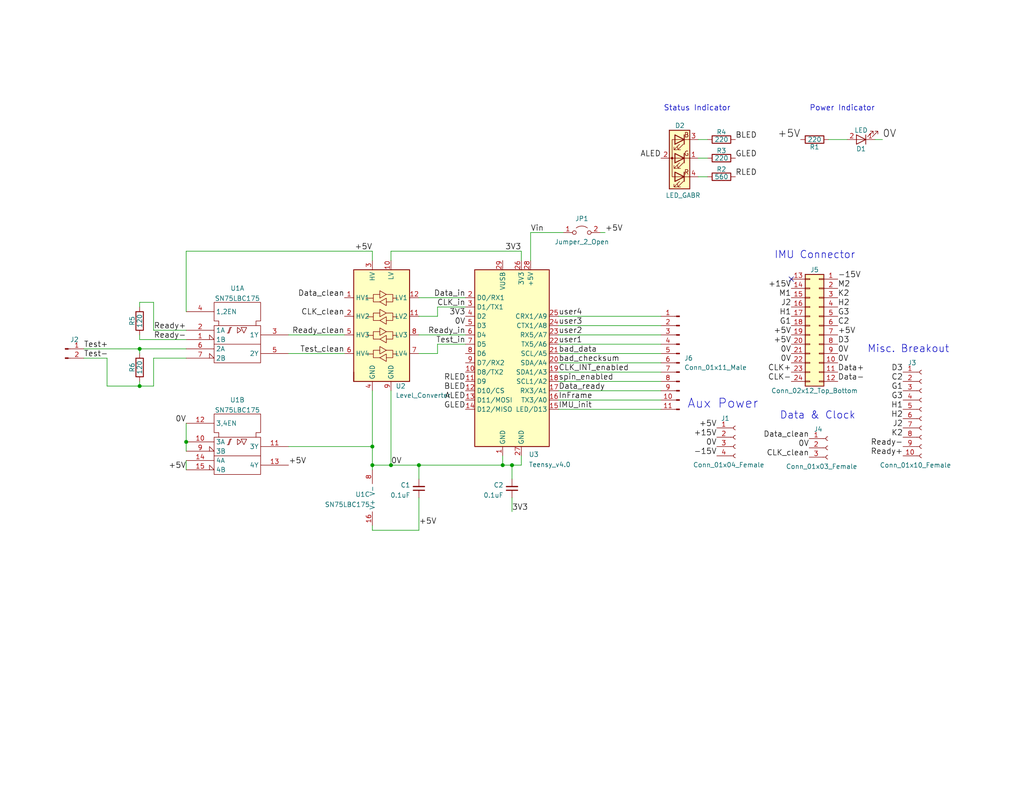
<source format=kicad_sch>
(kicad_sch (version 20211123) (generator eeschema)
  (paper "USLetter")
  (title_block (title "NG LN200C Shield Board") (date "2022-05-17") (company "Utah Student Robotics") (comment 1 "Designed by Jonathan Warner"))
  (lib_symbols
    (symbol "Connector:Conn_01x02_Male" (pin_names (offset 1.016) hide)
      (property "Reference" "J" (at 0 2.54 0))
      (property "Value" "Conn_01x02_Male" (at 0 -5.08 0))
      (symbol "Conn_01x02_Male_1_1"
        (polyline (pts (xy 1.27 -2.54) (xy 0.8636 -2.54)) (stroke (width 0.1524)))
        (polyline (pts (xy 1.27 0) (xy 0.8636 0)) (stroke (width 0.1524)))
        (rectangle (start 0.8636 -2.413) (end 0 -2.667) (stroke (width 0.1524)) (fill (type outline)))
        (rectangle (start 0.8636 0.127) (end 0 -0.127) (stroke (width 0.1524)) (fill (type outline)))
        (pin passive line (at 5.08 0 180) (length 3.81) (name "Pin_1") (number "1"))
        (pin passive line (at 5.08 -2.54 180) (length 3.81) (name "Pin_2") (number "2"))
      )
    )
    (symbol "Connector:Conn_01x03_Female" (pin_names (offset 1.016) hide)
      (property "Reference" "J" (at 0 5.08 0))
      (property "Value" "Conn_01x03_Female" (at 0 -5.08 0))
      (symbol "Conn_01x03_Female_1_1"
        (arc (start 0 -2.032) (mid -0.508 -2.54) (end 0 -3.048) (stroke (width 0.1524)))
        (polyline (pts (xy -1.27 -2.54) (xy -0.508 -2.54)) (stroke (width 0.1524)))
        (polyline (pts (xy -1.27 0) (xy -0.508 0)) (stroke (width 0.1524)))
        (polyline (pts (xy -1.27 2.54) (xy -0.508 2.54)) (stroke (width 0.1524)))
        (arc (start 0 0.508) (mid -0.508 0) (end 0 -0.508) (stroke (width 0.1524)))
        (arc (start 0 3.048) (mid -0.508 2.54) (end 0 2.032) (stroke (width 0.1524)))
        (pin passive line (at -5.08 2.54 0) (length 3.81) (name "Pin_1") (number "1"))
        (pin passive line (at -5.08 0 0) (length 3.81) (name "Pin_2") (number "2"))
        (pin passive line (at -5.08 -2.54 0) (length 3.81) (name "Pin_3") (number "3"))
      )
    )
    (symbol "Connector:Conn_01x04_Female" (pin_names (offset 1.016) hide)
      (property "Reference" "J" (at 0 5.08 0))
      (property "Value" "Conn_01x04_Female" (at 0 -7.62 0))
      (symbol "Conn_01x04_Female_1_1"
        (arc (start 0 -4.572) (mid -0.508 -5.08) (end 0 -5.588) (stroke (width 0.1524)))
        (arc (start 0 -2.032) (mid -0.508 -2.54) (end 0 -3.048) (stroke (width 0.1524)))
        (polyline (pts (xy -1.27 -5.08) (xy -0.508 -5.08)) (stroke (width 0.1524)))
        (polyline (pts (xy -1.27 -2.54) (xy -0.508 -2.54)) (stroke (width 0.1524)))
        (polyline (pts (xy -1.27 0) (xy -0.508 0)) (stroke (width 0.1524)))
        (polyline (pts (xy -1.27 2.54) (xy -0.508 2.54)) (stroke (width 0.1524)))
        (arc (start 0 0.508) (mid -0.508 0) (end 0 -0.508) (stroke (width 0.1524)))
        (arc (start 0 3.048) (mid -0.508 2.54) (end 0 2.032) (stroke (width 0.1524)))
        (pin passive line (at -5.08 2.54 0) (length 3.81) (name "Pin_1") (number "1"))
        (pin passive line (at -5.08 0 0) (length 3.81) (name "Pin_2") (number "2"))
        (pin passive line (at -5.08 -2.54 0) (length 3.81) (name "Pin_3") (number "3"))
        (pin passive line (at -5.08 -5.08 0) (length 3.81) (name "Pin_4") (number "4"))
      )
    )
    (symbol "Connector:Conn_01x10_Female" (pin_names (offset 1.016) hide)
      (property "Reference" "J" (at 0 12.7 0))
      (property "Value" "Conn_01x10_Female" (at 0 -15.24 0))
      (symbol "Conn_01x10_Female_1_1"
        (arc (start 0 -12.192) (mid -0.508 -12.7) (end 0 -13.208) (stroke (width 0.1524)))
        (arc (start 0 -9.652) (mid -0.508 -10.16) (end 0 -10.668) (stroke (width 0.1524)))
        (arc (start 0 -7.112) (mid -0.508 -7.62) (end 0 -8.128) (stroke (width 0.1524)))
        (arc (start 0 -4.572) (mid -0.508 -5.08) (end 0 -5.588) (stroke (width 0.1524)))
        (arc (start 0 -2.032) (mid -0.508 -2.54) (end 0 -3.048) (stroke (width 0.1524)))
        (polyline (pts (xy -1.27 -12.7) (xy -0.508 -12.7)) (stroke (width 0.1524)))
        (polyline (pts (xy -1.27 -10.16) (xy -0.508 -10.16)) (stroke (width 0.1524)))
        (polyline (pts (xy -1.27 -7.62) (xy -0.508 -7.62)) (stroke (width 0.1524)))
        (polyline (pts (xy -1.27 -5.08) (xy -0.508 -5.08)) (stroke (width 0.1524)))
        (polyline (pts (xy -1.27 -2.54) (xy -0.508 -2.54)) (stroke (width 0.1524)))
        (polyline (pts (xy -1.27 0) (xy -0.508 0)) (stroke (width 0.1524)))
        (polyline (pts (xy -1.27 2.54) (xy -0.508 2.54)) (stroke (width 0.1524)))
        (polyline (pts (xy -1.27 5.08) (xy -0.508 5.08)) (stroke (width 0.1524)))
        (polyline (pts (xy -1.27 7.62) (xy -0.508 7.62)) (stroke (width 0.1524)))
        (polyline (pts (xy -1.27 10.16) (xy -0.508 10.16)) (stroke (width 0.1524)))
        (arc (start 0 0.508) (mid -0.508 0) (end 0 -0.508) (stroke (width 0.1524)))
        (arc (start 0 3.048) (mid -0.508 2.54) (end 0 2.032) (stroke (width 0.1524)))
        (arc (start 0 5.588) (mid -0.508 5.08) (end 0 4.572) (stroke (width 0.1524)))
        (arc (start 0 8.128) (mid -0.508 7.62) (end 0 7.112) (stroke (width 0.1524)))
        (arc (start 0 10.668) (mid -0.508 10.16) (end 0 9.652) (stroke (width 0.1524)))
        (pin passive line (at -5.08 10.16 0) (length 3.81) (name "Pin_1") (number "1"))
        (pin passive line (at -5.08 -12.7 0) (length 3.81) (name "Pin_10") (number "10"))
        (pin passive line (at -5.08 7.62 0) (length 3.81) (name "Pin_2") (number "2"))
        (pin passive line (at -5.08 5.08 0) (length 3.81) (name "Pin_3") (number "3"))
        (pin passive line (at -5.08 2.54 0) (length 3.81) (name "Pin_4") (number "4"))
        (pin passive line (at -5.08 0 0) (length 3.81) (name "Pin_5") (number "5"))
        (pin passive line (at -5.08 -2.54 0) (length 3.81) (name "Pin_6") (number "6"))
        (pin passive line (at -5.08 -5.08 0) (length 3.81) (name "Pin_7") (number "7"))
        (pin passive line (at -5.08 -7.62 0) (length 3.81) (name "Pin_8") (number "8"))
        (pin passive line (at -5.08 -10.16 0) (length 3.81) (name "Pin_9") (number "9"))
      )
    )
    (symbol "Connector:Conn_01x11_Male" (pin_names (offset 1.016) hide)
      (property "Reference" "J" (at 0 15.24 0))
      (property "Value" "Conn_01x11_Male" (at 0 -15.24 0))
      (symbol "Conn_01x11_Male_1_1"
        (polyline (pts (xy 1.27 -12.7) (xy 0.8636 -12.7)) (stroke (width 0.1524)))
        (polyline (pts (xy 1.27 -10.16) (xy 0.8636 -10.16)) (stroke (width 0.1524)))
        (polyline (pts (xy 1.27 -7.62) (xy 0.8636 -7.62)) (stroke (width 0.1524)))
        (polyline (pts (xy 1.27 -5.08) (xy 0.8636 -5.08)) (stroke (width 0.1524)))
        (polyline (pts (xy 1.27 -2.54) (xy 0.8636 -2.54)) (stroke (width 0.1524)))
        (polyline (pts (xy 1.27 0) (xy 0.8636 0)) (stroke (width 0.1524)))
        (polyline (pts (xy 1.27 2.54) (xy 0.8636 2.54)) (stroke (width 0.1524)))
        (polyline (pts (xy 1.27 5.08) (xy 0.8636 5.08)) (stroke (width 0.1524)))
        (polyline (pts (xy 1.27 7.62) (xy 0.8636 7.62)) (stroke (width 0.1524)))
        (polyline (pts (xy 1.27 10.16) (xy 0.8636 10.16)) (stroke (width 0.1524)))
        (polyline (pts (xy 1.27 12.7) (xy 0.8636 12.7)) (stroke (width 0.1524)))
        (rectangle (start 0.8636 -12.573) (end 0 -12.827) (stroke (width 0.1524)) (fill (type outline)))
        (rectangle (start 0.8636 -10.033) (end 0 -10.287) (stroke (width 0.1524)) (fill (type outline)))
        (rectangle (start 0.8636 -7.493) (end 0 -7.747) (stroke (width 0.1524)) (fill (type outline)))
        (rectangle (start 0.8636 -4.953) (end 0 -5.207) (stroke (width 0.1524)) (fill (type outline)))
        (rectangle (start 0.8636 -2.413) (end 0 -2.667) (stroke (width 0.1524)) (fill (type outline)))
        (rectangle (start 0.8636 0.127) (end 0 -0.127) (stroke (width 0.1524)) (fill (type outline)))
        (rectangle (start 0.8636 2.667) (end 0 2.413) (stroke (width 0.1524)) (fill (type outline)))
        (rectangle (start 0.8636 5.207) (end 0 4.953) (stroke (width 0.1524)) (fill (type outline)))
        (rectangle (start 0.8636 7.747) (end 0 7.493) (stroke (width 0.1524)) (fill (type outline)))
        (rectangle (start 0.8636 10.287) (end 0 10.033) (stroke (width 0.1524)) (fill (type outline)))
        (rectangle (start 0.8636 12.827) (end 0 12.573) (stroke (width 0.1524)) (fill (type outline)))
        (pin passive line (at 5.08 12.7 180) (length 3.81) (name "Pin_1") (number "1"))
        (pin passive line (at 5.08 -10.16 180) (length 3.81) (name "Pin_10") (number "10"))
        (pin passive line (at 5.08 -12.7 180) (length 3.81) (name "Pin_11") (number "11"))
        (pin passive line (at 5.08 10.16 180) (length 3.81) (name "Pin_2") (number "2"))
        (pin passive line (at 5.08 7.62 180) (length 3.81) (name "Pin_3") (number "3"))
        (pin passive line (at 5.08 5.08 180) (length 3.81) (name "Pin_4") (number "4"))
        (pin passive line (at 5.08 2.54 180) (length 3.81) (name "Pin_5") (number "5"))
        (pin passive line (at 5.08 0 180) (length 3.81) (name "Pin_6") (number "6"))
        (pin passive line (at 5.08 -2.54 180) (length 3.81) (name "Pin_7") (number "7"))
        (pin passive line (at 5.08 -5.08 180) (length 3.81) (name "Pin_8") (number "8"))
        (pin passive line (at 5.08 -7.62 180) (length 3.81) (name "Pin_9") (number "9"))
      )
    )
    (symbol "Device:C_Small" (pin_numbers hide) (pin_names (offset 0.254) hide)
      (property "Reference" "C" (at 0.254 1.778 0))
      (property "Value" "C_Small" (at 0.254 -2.032 0))
      (symbol "C_Small_0_1"
        (polyline (pts (xy -1.524 -0.508) (xy 1.524 -0.508)) (stroke (width 0.3302)))
        (polyline (pts (xy -1.524 0.508) (xy 1.524 0.508)) (stroke (width 0.3048)))
      )
      (symbol "C_Small_1_1"
        (pin passive line (at 0 2.54 270) (length 2.032) (name "~") (number "1"))
        (pin passive line (at 0 -2.54 90) (length 2.032) (name "~") (number "2"))
      )
    )
    (symbol "Device:LED_GABR" (pin_names (offset 0) hide)
      (property "Reference" "D" (at 0 9.398 0))
      (property "Value" "LED_GABR" (at 0 -8.89 0))
      (symbol "LED_GABR_0_0"
        (text "B" (at -1.905 -6.35 0) (effects (font (size 1.27 1.27))))
        (text "G" (at -1.905 -1.27 0) (effects (font (size 1.27 1.27))))
        (text "R" (at -1.905 3.81 0) (effects (font (size 1.27 1.27))))
      )
      (symbol "LED_GABR_0_1"
        (polyline (pts (xy -1.27 -5.08) (xy -2.54 -5.08)))
        (polyline (pts (xy -1.27 -5.08) (xy 1.27 -5.08)))
        (polyline (pts (xy -1.27 -3.81) (xy -1.27 -6.35)) (stroke (width 0.254)))
        (polyline (pts (xy -1.27 0) (xy -2.54 0)))
        (polyline (pts (xy -1.27 1.27) (xy -1.27 -1.27)) (stroke (width 0.254)))
        (polyline (pts (xy -1.27 5.08) (xy -2.54 5.08)))
        (polyline (pts (xy -1.27 5.08) (xy 1.27 5.08)))
        (polyline (pts (xy -1.27 6.35) (xy -1.27 3.81)) (stroke (width 0.254)))
        (polyline (pts (xy 1.27 0) (xy -1.27 0)))
        (polyline (pts (xy 1.27 0) (xy 2.54 0)))
        (polyline (pts (xy -1.27 1.27) (xy -1.27 -1.27) (xy -1.27 -1.27)))
        (polyline (pts (xy -1.27 6.35) (xy -1.27 3.81) (xy -1.27 3.81)))
        (polyline (pts (xy 1.27 -5.08) (xy 2.032 -5.08) (xy 2.032 5.08) (xy 1.27 5.08)))
        (polyline (pts (xy 1.27 -3.81) (xy 1.27 -6.35) (xy -1.27 -5.08) (xy 1.27 -3.81)) (stroke (width 0.254)))
        (polyline (pts (xy 1.27 1.27) (xy 1.27 -1.27) (xy -1.27 0) (xy 1.27 1.27)) (stroke (width 0.254)))
        (polyline (pts (xy 1.27 6.35) (xy 1.27 3.81) (xy -1.27 5.08) (xy 1.27 6.35)) (stroke (width 0.254)))
        (polyline (pts (xy -1.016 -3.81) (xy 0.508 -2.286) (xy -0.254 -2.286) (xy 0.508 -2.286) (xy 0.508 -3.048)))
        (polyline (pts (xy -1.016 1.27) (xy 0.508 2.794) (xy -0.254 2.794) (xy 0.508 2.794) (xy 0.508 2.032)))
        (polyline (pts (xy -1.016 6.35) (xy 0.508 7.874) (xy -0.254 7.874) (xy 0.508 7.874) (xy 0.508 7.112)))
        (polyline (pts (xy 0 -3.81) (xy 1.524 -2.286) (xy 0.762 -2.286) (xy 1.524 -2.286) (xy 1.524 -3.048)))
        (polyline (pts (xy 0 1.27) (xy 1.524 2.794) (xy 0.762 2.794) (xy 1.524 2.794) (xy 1.524 2.032)))
        (polyline (pts (xy 0 6.35) (xy 1.524 7.874) (xy 0.762 7.874) (xy 1.524 7.874) (xy 1.524 7.112)))
        (rectangle (start 1.27 -1.27) (end 1.27 1.27))
        (rectangle (start 1.27 1.27) (end 1.27 1.27))
        (rectangle (start 1.27 3.81) (end 1.27 6.35))
        (rectangle (start 1.27 6.35) (end 1.27 6.35))
        (circle (center 2.032 0) (radius 0.254) (fill (type outline)))
        (rectangle (start 2.794 8.382) (end -2.794 -7.62) (stroke (width 0.254)) (fill (type background)))
      )
      (symbol "LED_GABR_1_1"
        (pin passive line (at -5.08 0 0) (length 2.54) (name "GK") (number "1"))
        (pin passive line (at 5.08 0 180) (length 2.54) (name "A") (number "2"))
        (pin passive line (at -5.08 -5.08 0) (length 2.54) (name "BK") (number "3"))
        (pin passive line (at -5.08 5.08 0) (length 2.54) (name "RK") (number "4"))
      )
    )
    (symbol "Jumper:Jumper_2_Open" (pin_names (offset 0) hide)
      (property "Reference" "JP" (at 0 2.794 0))
      (property "Value" "Jumper_2_Open" (at 0 -2.286 0))
      (symbol "Jumper_2_Open_0_0"
        (circle (center -2.032 0) (radius 0.508))
        (circle (center 2.032 0) (radius 0.508))
      )
      (symbol "Jumper_2_Open_0_1"
        (arc (start 1.524 1.27) (mid 0 1.778) (end -1.524 1.27))
      )
      (symbol "Jumper_2_Open_1_1"
        (pin passive line (at -5.08 0 0) (length 2.54) (name "A") (number "1"))
        (pin passive line (at 5.08 0 180) (length 2.54) (name "B") (number "2"))
      )
    )
    (symbol "NG_IMU_Interface_Board-rescue:Conn_02x12_Top_Bottom" (pin_names (offset 1.016) hide)
      (property "Reference" "J" (at 1.27 15.24 0))
      (property "Value" "Conn_02x12_Top_Bottom" (at 1.27 -17.78 0))
      (symbol "Conn_02x12_Top_Bottom_1_1"
        (rectangle (start -1.27 -15.113) (end 0 -15.367) (stroke (width 0.1524)))
        (rectangle (start -1.27 -12.573) (end 0 -12.827) (stroke (width 0.1524)))
        (rectangle (start -1.27 -10.033) (end 0 -10.287) (stroke (width 0.1524)))
        (rectangle (start -1.27 -7.493) (end 0 -7.747) (stroke (width 0.1524)))
        (rectangle (start -1.27 -4.953) (end 0 -5.207) (stroke (width 0.1524)))
        (rectangle (start -1.27 -2.413) (end 0 -2.667) (stroke (width 0.1524)))
        (rectangle (start -1.27 0.127) (end 0 -0.127) (stroke (width 0.1524)))
        (rectangle (start -1.27 2.667) (end 0 2.413) (stroke (width 0.1524)))
        (rectangle (start -1.27 5.207) (end 0 4.953) (stroke (width 0.1524)))
        (rectangle (start -1.27 7.747) (end 0 7.493) (stroke (width 0.1524)))
        (rectangle (start -1.27 10.287) (end 0 10.033) (stroke (width 0.1524)))
        (rectangle (start -1.27 12.827) (end 0 12.573) (stroke (width 0.1524)))
        (rectangle (start -1.27 13.97) (end 3.81 -16.51) (stroke (width 0.254)) (fill (type background)))
        (rectangle (start 3.81 -15.113) (end 2.54 -15.367) (stroke (width 0.1524)))
        (rectangle (start 3.81 -12.573) (end 2.54 -12.827) (stroke (width 0.1524)))
        (rectangle (start 3.81 -10.033) (end 2.54 -10.287) (stroke (width 0.1524)))
        (rectangle (start 3.81 -7.493) (end 2.54 -7.747) (stroke (width 0.1524)))
        (rectangle (start 3.81 -4.953) (end 2.54 -5.207) (stroke (width 0.1524)))
        (rectangle (start 3.81 -2.413) (end 2.54 -2.667) (stroke (width 0.1524)))
        (rectangle (start 3.81 0.127) (end 2.54 -0.127) (stroke (width 0.1524)))
        (rectangle (start 3.81 2.667) (end 2.54 2.413) (stroke (width 0.1524)))
        (rectangle (start 3.81 5.207) (end 2.54 4.953) (stroke (width 0.1524)))
        (rectangle (start 3.81 7.747) (end 2.54 7.493) (stroke (width 0.1524)))
        (rectangle (start 3.81 10.287) (end 2.54 10.033) (stroke (width 0.1524)))
        (rectangle (start 3.81 12.827) (end 2.54 12.573) (stroke (width 0.1524)))
        (pin passive line (at -5.08 12.7 0) (length 3.81) (name "Pin_1") (number "1"))
        (pin passive line (at -5.08 -10.16 0) (length 3.81) (name "Pin_10") (number "10"))
        (pin passive line (at -5.08 -12.7 0) (length 3.81) (name "Pin_11") (number "11"))
        (pin passive line (at -5.08 -15.24 0) (length 3.81) (name "Pin_12") (number "12"))
        (pin passive line (at 7.62 12.7 180) (length 3.81) (name "Pin_13") (number "13"))
        (pin passive line (at 7.62 10.16 180) (length 3.81) (name "Pin_14") (number "14"))
        (pin passive line (at 7.62 7.62 180) (length 3.81) (name "Pin_15") (number "15"))
        (pin passive line (at 7.62 5.08 180) (length 3.81) (name "Pin_16") (number "16"))
        (pin passive line (at 7.62 2.54 180) (length 3.81) (name "Pin_17") (number "17"))
        (pin passive line (at 7.62 0 180) (length 3.81) (name "Pin_18") (number "18"))
        (pin passive line (at 7.62 -2.54 180) (length 3.81) (name "Pin_19") (number "19"))
        (pin passive line (at -5.08 10.16 0) (length 3.81) (name "Pin_2") (number "2"))
        (pin passive line (at 7.62 -5.08 180) (length 3.81) (name "Pin_20") (number "20"))
        (pin passive line (at 7.62 -7.62 180) (length 3.81) (name "Pin_21") (number "21"))
        (pin passive line (at 7.62 -10.16 180) (length 3.81) (name "Pin_22") (number "22"))
        (pin passive line (at 7.62 -12.7 180) (length 3.81) (name "Pin_23") (number "23"))
        (pin passive line (at 7.62 -15.24 180) (length 3.81) (name "Pin_24") (number "24"))
        (pin passive line (at -5.08 7.62 0) (length 3.81) (name "Pin_3") (number "3"))
        (pin passive line (at -5.08 5.08 0) (length 3.81) (name "Pin_4") (number "4"))
        (pin passive line (at -5.08 2.54 0) (length 3.81) (name "Pin_5") (number "5"))
        (pin passive line (at -5.08 0 0) (length 3.81) (name "Pin_6") (number "6"))
        (pin passive line (at -5.08 -2.54 0) (length 3.81) (name "Pin_7") (number "7"))
        (pin passive line (at -5.08 -5.08 0) (length 3.81) (name "Pin_8") (number "8"))
        (pin passive line (at -5.08 -7.62 0) (length 3.81) (name "Pin_9") (number "9"))
      )
    )
    (symbol "NG_IMU_Interface_Board-rescue:LED" (pin_names (offset 1.016) hide)
      (property "Reference" "D" (at 0 2.54 0))
      (property "Value" "LED" (at 0 -2.54 0))
      (symbol "LED_0_1"
        (polyline (pts (xy -1.27 -1.27) (xy -1.27 1.27)) (stroke (width 0.2032)))
        (polyline (pts (xy -1.27 0) (xy 1.27 0)))
        (polyline (pts (xy 1.27 -1.27) (xy 1.27 1.27) (xy -1.27 0) (xy 1.27 -1.27)) (stroke (width 0.2032)))
        (polyline (pts (xy -3.048 -0.762) (xy -4.572 -2.286) (xy -3.81 -2.286) (xy -4.572 -2.286) (xy -4.572 -1.524)))
        (polyline (pts (xy -1.778 -0.762) (xy -3.302 -2.286) (xy -2.54 -2.286) (xy -3.302 -2.286) (xy -3.302 -1.524)))
      )
      (symbol "LED_1_1"
        (pin passive line (at -3.81 0 0) (length 2.54) (name "K") (number "1"))
        (pin passive line (at 3.81 0 180) (length 2.54) (name "A") (number "2"))
      )
    )
    (symbol "NG_IMU_Interface_Board-rescue:R" (pin_numbers hide) (pin_names (offset 0))
      (property "Reference" "R" (at 2.032 0 90))
      (property "Value" "R" (at 0 0 90))
      (symbol "R_0_1"
        (rectangle (start -1.016 -2.54) (end 1.016 2.54) (stroke (width 0.254)))
      )
      (symbol "R_1_1"
        (pin passive line (at 0 3.81 270) (length 1.27) (name "~") (number "1"))
        (pin passive line (at 0 -3.81 90) (length 1.27) (name "~") (number "2"))
      )
    )
    (symbol "NG_IMU_Shield_Board:Level_Converter"
      (property "Reference" "U" (at 0 0 0))
      (property "Value" "Level_Converter" (at 0 0 0))
      (symbol "Level_Converter_0_1"
        (rectangle (start -7.62 -15.24) (end -7.62 -12.7) (stroke (width 0.254)))
        (rectangle (start -7.62 15.24) (end 7.62 -15.24) (stroke (width 0.254)) (fill (type background)))
        (polyline (pts (xy -2.286 -7.747) (xy -2.286 -6.731) (xy -0.508 -6.731)))
        (polyline (pts (xy -2.286 -2.667) (xy -2.286 -1.651) (xy -0.508 -1.651)))
        (polyline (pts (xy -2.286 2.413) (xy -2.286 3.429) (xy -0.508 3.429)))
        (polyline (pts (xy -2.286 7.493) (xy -2.286 8.509) (xy -0.508 8.509)))
        (polyline (pts (xy 3.048 -7.747) (xy 3.048 -8.763) (xy 1.27 -8.763)))
        (polyline (pts (xy 3.048 -2.667) (xy 3.048 -3.683) (xy 1.27 -3.683)))
        (polyline (pts (xy 3.048 2.413) (xy 3.048 1.397) (xy 1.27 1.397)))
        (polyline (pts (xy 3.048 7.493) (xy 3.048 6.477) (xy 1.27 6.477)))
        (polyline (pts (xy -0.508 -8.763) (xy -2.286 -8.763) (xy -2.286 -7.747) (xy -4.064 -7.747)))
        (polyline (pts (xy -0.508 -8.763) (xy 1.27 -7.747) (xy 1.27 -9.779) (xy -0.508 -8.763)))
        (polyline (pts (xy -0.508 -3.683) (xy -2.286 -3.683) (xy -2.286 -2.667) (xy -4.064 -2.667)))
        (polyline (pts (xy -0.508 -3.683) (xy 1.27 -2.667) (xy 1.27 -4.699) (xy -0.508 -3.683)))
        (polyline (pts (xy -0.508 1.397) (xy -2.286 1.397) (xy -2.286 2.413) (xy -4.064 2.413)))
        (polyline (pts (xy -0.508 1.397) (xy 1.27 2.413) (xy 1.27 0.381) (xy -0.508 1.397)))
        (polyline (pts (xy -0.508 6.477) (xy -2.286 6.477) (xy -2.286 7.493) (xy -4.318 7.493)))
        (polyline (pts (xy -0.508 6.477) (xy 1.27 7.493) (xy 1.27 5.461) (xy -0.508 6.477)))
        (polyline (pts (xy 1.27 -6.731) (xy -0.508 -7.747) (xy -0.508 -5.715) (xy 1.27 -6.731)))
        (polyline (pts (xy 1.27 -6.731) (xy 3.048 -6.731) (xy 3.048 -7.747) (xy 4.318 -7.747)))
        (polyline (pts (xy 1.27 -1.651) (xy -0.508 -2.667) (xy -0.508 -0.635) (xy 1.27 -1.651)))
        (polyline (pts (xy 1.27 -1.651) (xy 3.048 -1.651) (xy 3.048 -2.667) (xy 4.318 -2.667)))
        (polyline (pts (xy 1.27 3.429) (xy -0.508 2.413) (xy -0.508 4.445) (xy 1.27 3.429)))
        (polyline (pts (xy 1.27 3.429) (xy 3.048 3.429) (xy 3.048 2.413) (xy 4.318 2.413)))
        (polyline (pts (xy 1.27 8.509) (xy -0.508 7.493) (xy -0.508 9.525) (xy 1.27 8.509)))
        (polyline (pts (xy 1.27 8.509) (xy 3.048 8.509) (xy 3.048 7.493) (xy 4.318 7.493)))
      )
      (symbol "Level_Converter_1_1"
        (pin bidirectional line (at -10.16 7.62 0) (length 2.54) (name "HV1") (number "1"))
        (pin power_in line (at 2.54 17.78 270) (length 2.54) (name "LV") (number "10"))
        (pin bidirectional line (at 10.16 2.54 180) (length 2.54) (name "LV2") (number "11"))
        (pin bidirectional line (at 10.16 7.62 180) (length 2.54) (name "LV1") (number "12"))
        (pin bidirectional line (at -10.16 2.54 0) (length 2.54) (name "HV2") (number "2"))
        (pin power_in line (at -2.54 17.78 270) (length 2.54) (name "HV") (number "3"))
        (pin power_in line (at -2.54 -17.78 90) (length 2.54) (name "GND") (number "4"))
        (pin bidirectional line (at -10.16 -2.54 0) (length 2.54) (name "HV3") (number "5"))
        (pin bidirectional line (at -10.16 -7.62 0) (length 2.54) (name "HV4") (number "6"))
        (pin bidirectional line (at 10.16 -7.62 180) (length 2.54) (name "LV4") (number "7"))
        (pin bidirectional line (at 10.16 -2.54 180) (length 2.54) (name "LV3") (number "8"))
        (pin power_in line (at 2.54 -17.78 90) (length 2.54) (name "GND") (number "9"))
      )
    )
    (symbol "NG_IMU_Shield_Board:SN75ALS175"
      (property "Reference" "U" (at 1.27 6.35 0))
      (property "Value" "SN75ALS175" (at 6.35 -6.35 0))
      (symbol "SN75ALS175_1_0"
        (polyline (pts (xy 1.016 4.572) (xy 2.54 4.572) (xy 1.778 3.048) (xy 1.016 4.572) (xy 1.016 4.572)))
      )
      (symbol "SN75ALS175_1_1"
        (rectangle (start -6.35 5.08) (end 6.35 -5.08))
        (polyline (pts (xy -6.35 0) (xy 6.35 0) (xy 6.35 0)))
        (polyline (pts (xy 0 4.572) (xy 0 3.048) (xy 1.016 3.81) (xy 0 4.572) (xy 0 4.572)))
        (polyline (pts (xy -2.794 3.048) (xy -2.286 3.048) (xy -1.778 4.572) (xy -1.524 4.572) (xy -2.032 4.572) (xy -2.54 3.048) (xy -2.54 3.048)))
        (polyline (pts (xy -5.08 5.08) (xy -5.08 6.35) (xy -6.35 6.35) (xy -6.35 11.43) (xy 6.35 11.43) (xy 6.35 6.35) (xy 5.08 6.35) (xy 5.08 5.08) (xy 5.08 5.08)))
        (pin input input_low (at -13.97 1.27 0) (length 7.62) (name "1B") (number "1"))
        (pin input line (at -13.97 3.81 0) (length 7.62) (name "1A") (number "2"))
        (pin output line (at 13.97 2.54 180) (length 7.62) (name "1Y") (number "3"))
        (pin input line (at -13.97 8.89 0) (length 7.62) (name "1,2EN") (number "4"))
        (pin output line (at 13.97 -2.54 180) (length 7.62) (name "2Y") (number "5"))
        (pin input line (at -13.97 -1.27 0) (length 7.62) (name "2A") (number "6"))
        (pin input input_low (at -13.97 -3.81 0) (length 7.62) (name "2B") (number "7"))
      )
      (symbol "SN75ALS175_2_0"
        (polyline (pts (xy 1.016 4.572) (xy 2.54 4.572) (xy 1.778 3.048) (xy 1.016 4.572) (xy 1.016 4.572)))
      )
      (symbol "SN75ALS175_2_1"
        (rectangle (start -6.35 5.08) (end 6.35 -5.08))
        (polyline (pts (xy -6.35 0) (xy 6.35 0) (xy 6.35 0)))
        (polyline (pts (xy 0 4.572) (xy 0 3.048) (xy 1.016 3.81) (xy 0 4.572) (xy 0 4.572)))
        (polyline (pts (xy -2.794 3.048) (xy -2.286 3.048) (xy -1.778 4.572) (xy -1.524 4.572) (xy -2.032 4.572) (xy -2.54 3.048) (xy -2.54 3.048)))
        (polyline (pts (xy -5.08 5.08) (xy -5.08 6.35) (xy -6.35 6.35) (xy -6.35 11.43) (xy 6.35 11.43) (xy 6.35 6.35) (xy 5.08 6.35) (xy 5.08 5.08) (xy 5.08 5.08)))
        (pin input line (at -13.97 3.81 0) (length 7.62) (name "3A") (number "10"))
        (pin output line (at 13.97 2.54 180) (length 7.62) (name "3Y") (number "11"))
        (pin input line (at -13.97 8.89 0) (length 7.62) (name "3,4EN") (number "12"))
        (pin output line (at 13.97 -2.54 180) (length 7.62) (name "4Y") (number "13"))
        (pin input line (at -13.97 -1.27 0) (length 7.62) (name "4A") (number "14"))
        (pin input input_low (at -13.97 -3.81 0) (length 7.62) (name "4B") (number "15"))
        (pin input input_low (at -13.97 1.27 0) (length 7.62) (name "3B") (number "9"))
      )
      (symbol "SN75ALS175_3_1"
        (pin power_in line (at -2.54 7.62 270) (length 3.81) (name "V+") (number "16"))
        (pin power_in line (at -2.54 -7.62 90) (length 3.81) (name "V-") (number "8"))
      )
    )
    (symbol "NG_IMU_Shield_Board:Teensy_v4.0"
      (property "Reference" "U" (at 0 -2.54 0))
      (property "Value" "Teensy_v4.0" (at 0 -2.54 0))
      (symbol "Teensy_v4.0_0_1"
        (rectangle (start -10.16 22.86) (end 10.16 -25.4) (stroke (width 0.254)) (fill (type background)))
      )
      (symbol "Teensy_v4.0_1_1"
        (pin power_in line (at -2.54 -27.94 90) (length 2.54) (name "GND") (number "1"))
        (pin bidirectional line (at -12.7 -5.08 0) (length 2.54) (name "D8/TX2") (number "10"))
        (pin bidirectional line (at -12.7 -7.62 0) (length 2.54) (name "D9") (number "11"))
        (pin bidirectional line (at -12.7 -10.16 0) (length 2.54) (name "D10/CS") (number "12"))
        (pin bidirectional line (at -12.7 -12.7 0) (length 2.54) (name "D11/MOSI") (number "13"))
        (pin bidirectional line (at -12.7 -15.24 0) (length 2.54) (name "D12/MISO") (number "14"))
        (pin bidirectional line (at 12.7 -15.24 180) (length 2.54) (name "LED/D13") (number "15"))
        (pin bidirectional line (at 12.7 -12.7 180) (length 2.54) (name "TX3/A0") (number "16"))
        (pin bidirectional line (at 12.7 -10.16 180) (length 2.54) (name "RX3/A1") (number "17"))
        (pin bidirectional line (at 12.7 -7.62 180) (length 2.54) (name "SCL1/A2") (number "18"))
        (pin bidirectional line (at 12.7 -5.08 180) (length 2.54) (name "SDA1/A3") (number "19"))
        (pin bidirectional line (at -12.7 15.24 0) (length 2.54) (name "D0/RX1") (number "2"))
        (pin bidirectional line (at 12.7 -2.54 180) (length 2.54) (name "SDA/A4") (number "20"))
        (pin bidirectional line (at 12.7 0 180) (length 2.54) (name "SCL/A5") (number "21"))
        (pin bidirectional line (at 12.7 2.54 180) (length 2.54) (name "TX5/A6") (number "22"))
        (pin bidirectional line (at 12.7 5.08 180) (length 2.54) (name "RX5/A7") (number "23"))
        (pin bidirectional line (at 12.7 7.62 180) (length 2.54) (name "CTX1/A8") (number "24"))
        (pin bidirectional line (at 12.7 10.16 180) (length 2.54) (name "CRX1/A9") (number "25"))
        (pin power_out line (at 2.54 25.4 270) (length 2.54) (name "3V3") (number "26"))
        (pin power_in line (at 2.54 -27.94 90) (length 2.54) (name "GND") (number "27"))
        (pin power_out line (at 5.08 25.4 270) (length 2.54) (name "+5V") (number "28"))
        (pin power_in line (at -2.54 25.4 270) (length 2.54) (name "VUSB") (number "29"))
        (pin bidirectional line (at -12.7 12.7 0) (length 2.54) (name "D1/TX1") (number "3"))
        (pin bidirectional line (at -12.7 10.16 0) (length 2.54) (name "D2") (number "4"))
        (pin bidirectional line (at -12.7 7.62 0) (length 2.54) (name "D3") (number "5"))
        (pin bidirectional line (at -12.7 5.08 0) (length 2.54) (name "D4") (number "6"))
        (pin bidirectional line (at -12.7 2.54 0) (length 2.54) (name "D5") (number "7"))
        (pin bidirectional line (at -12.7 0 0) (length 2.54) (name "D6") (number "8"))
        (pin bidirectional line (at -12.7 -2.54 0) (length 2.54) (name "D7/RX2") (number "9"))
      )
    )
  )
  (junction (at 137.16 127))
  (junction (at 139.7 127))
  (junction (at 106.68 127))
  (junction (at 101.6 121.92))
  (junction (at 38.1 105.41))
  (junction (at 38.1 95.25))
  (junction (at 114.3 127))
  (junction (at 50.8 120.65))
  (junction (at 101.6 127))
  (no_connect (at 215.9 76.2))
  (wire (pts (xy 144.78 71.12) (xy 144.78 63.5)))
  (wire (pts (xy 139.7 139.7) (xy 139.7 135.89)))
  (wire (pts (xy 180.34 106.68) (xy 152.4 106.68)))
  (wire (pts (xy 144.78 63.5) (xy 153.67 63.5)))
  (wire (pts (xy 29.21 105.41) (xy 38.1 105.41)))
  (wire (pts (xy 38.1 95.25) (xy 50.8 95.25)))
  (wire (pts (xy 78.74 96.52) (xy 93.98 96.52)))
  (wire (pts (xy 29.21 97.79) (xy 29.21 105.41)))
  (wire (pts (xy 22.86 97.79) (xy 29.21 97.79)))
  (wire (pts (xy 119.38 86.36) (xy 119.38 83.82)))
  (wire (pts (xy 50.8 97.79) (xy 41.91 97.79)))
  (wire (pts (xy 226.06 38.1) (xy 231.14 38.1)))
  (wire (pts (xy 114.3 127) (xy 137.16 127)))
  (wire (pts (xy 152.4 93.98) (xy 180.34 93.98)))
  (wire (pts (xy 101.6 71.12) (xy 101.6 68.58)))
  (wire (pts (xy 119.38 83.82) (xy 127 83.82)))
  (wire (pts (xy 137.16 127) (xy 139.7 127)))
  (wire (pts (xy 78.74 121.92) (xy 101.6 121.92)))
  (wire (pts (xy 50.8 115.57) (xy 50.8 120.65)))
  (wire (pts (xy 41.91 82.55) (xy 38.1 82.55)))
  (wire (pts (xy 139.7 127) (xy 142.24 127)))
  (wire (pts (xy 38.1 92.71) (xy 50.8 92.71)))
  (wire (pts (xy 101.6 144.78) (xy 101.6 143.51)))
  (wire (pts (xy 165.1 63.5) (xy 163.83 63.5)))
  (wire (pts (xy 114.3 91.44) (xy 127 91.44)))
  (wire (pts (xy 114.3 144.78) (xy 101.6 144.78)))
  (wire (pts (xy 38.1 91.44) (xy 38.1 92.71)))
  (wire (pts (xy 190.5 38.1) (xy 193.04 38.1)))
  (wire (pts (xy 38.1 82.55) (xy 38.1 83.82)))
  (wire (pts (xy 114.3 130.81) (xy 114.3 127)))
  (wire (pts (xy 38.1 105.41) (xy 38.1 104.14)))
  (wire (pts (xy 106.68 127) (xy 114.3 127)))
  (wire (pts (xy 106.68 127) (xy 106.68 106.68)))
  (wire (pts (xy 152.4 101.6) (xy 180.34 101.6)))
  (wire (pts (xy 152.4 88.9) (xy 180.34 88.9)))
  (wire (pts (xy 152.4 96.52) (xy 180.34 96.52)))
  (wire (pts (xy 101.6 127) (xy 106.68 127)))
  (wire (pts (xy 142.24 68.58) (xy 142.24 71.12)))
  (wire (pts (xy 50.8 120.65) (xy 50.8 123.19)))
  (wire (pts (xy 137.16 124.46) (xy 137.16 127)))
  (wire (pts (xy 119.38 96.52) (xy 119.38 93.98)))
  (wire (pts (xy 106.68 68.58) (xy 142.24 68.58)))
  (wire (pts (xy 119.38 93.98) (xy 127 93.98)))
  (wire (pts (xy 114.3 86.36) (xy 119.38 86.36)))
  (wire (pts (xy 139.7 130.81) (xy 139.7 127)))
  (wire (pts (xy 38.1 96.52) (xy 38.1 95.25)))
  (wire (pts (xy 238.76 38.1) (xy 240.792 38.1)))
  (wire (pts (xy 152.4 111.76) (xy 180.34 111.76)))
  (wire (pts (xy 152.4 91.44) (xy 180.34 91.44)))
  (wire (pts (xy 101.6 128.27) (xy 101.6 127)))
  (wire (pts (xy 114.3 96.52) (xy 119.38 96.52)))
  (wire (pts (xy 41.91 90.17) (xy 41.91 82.55)))
  (wire (pts (xy 106.68 71.12) (xy 106.68 68.58)))
  (wire (pts (xy 78.74 91.44) (xy 93.98 91.44)))
  (wire (pts (xy 101.6 106.68) (xy 101.6 121.92)))
  (wire (pts (xy 101.6 68.58) (xy 50.8 68.58)))
  (wire (pts (xy 114.3 135.89) (xy 114.3 144.78)))
  (wire (pts (xy 41.91 97.79) (xy 41.91 105.41)))
  (wire (pts (xy 50.8 85.09) (xy 50.8 68.58)))
  (wire (pts (xy 50.8 90.17) (xy 41.91 90.17)))
  (wire (pts (xy 152.4 104.14) (xy 180.34 104.14)))
  (wire (pts (xy 101.6 121.92) (xy 101.6 127)))
  (wire (pts (xy 114.3 81.28) (xy 127 81.28)))
  (wire (pts (xy 22.86 95.25) (xy 38.1 95.25)))
  (wire (pts (xy 50.8 125.73) (xy 50.8 128.27)))
  (wire (pts (xy 142.24 127) (xy 142.24 124.46)))
  (wire (pts (xy 41.91 105.41) (xy 38.1 105.41)))
  (wire (pts (xy 190.5 48.26) (xy 193.04 48.26)))
  (wire (pts (xy 180.34 99.06) (xy 152.4 99.06)))
  (wire (pts (xy 152.4 86.36) (xy 180.34 86.36)))
  (wire (pts (xy 180.34 109.22) (xy 152.4 109.22)))
  (wire (pts (xy 190.5 43.18) (xy 193.04 43.18)))
  (text "Data & Clock" (at 233.475 114.6607 180) (effects (font (size 2.0066 2.0066)) (justify right bottom)))
  (text "IMU Connector" (at 233.426 70.866 180) (effects (font (size 2.0066 2.0066)) (justify right bottom)))
  (text "Misc. Breakout" (at 259.08 96.52 180) (effects (font (size 2.0066 2.0066)) (justify right bottom)))
  (text "Aux Power" (at 207.01 111.76 180) (effects (font (size 2.4892 2.4892)) (justify right bottom)))
  (text "Status Indicator" (at 199.39 30.48 180) (effects (font (size 1.4986 1.4986)) (justify right bottom)))
  (text "Power Indicator" (at 238.76 30.48 180) (effects (font (size 1.4986 1.4986)) (justify right bottom)))
  (label "0V" (at 215.9 99.06 180) (effects (font (size 1.524 1.524))))
  (label "InFrame" (at 152.4 109.22 0) (effects (font (size 1.524 1.524))))
  (label "C2" (at 246.38 104.14 180) (effects (font (size 1.524 1.524))))
  (label "H2" (at 246.38 114.3 180) (effects (font (size 1.524 1.524))))
  (label "Test+" (at 22.86 95.25 0) (effects (font (size 1.524 1.524))))
  (label "CLK-" (at 215.9 104.14 180) (effects (font (size 1.524 1.524))))
  (label "BLED" (at 200.66 38.1 0) (effects (font (size 1.524 1.524))))
  (label "0V" (at 195.58 121.92 180) (effects (font (size 1.524 1.524))))
  (label "K2" (at 246.38 119.38 180) (effects (font (size 1.524 1.524))))
  (label "0V" (at 240.792 38.1 0) (effects (font (size 2.0066 2.0066))))
  (label "+5V" (at 50.8 128.27 180) (effects (font (size 1.524 1.524))))
  (label "+5V" (at 101.6 68.58 180) (effects (font (size 1.524 1.524))))
  (label "Data_in" (at 127 81.28 180) (effects (font (size 1.524 1.524))))
  (label "G3" (at 246.38 109.22 180) (effects (font (size 1.524 1.524))))
  (label "3V3" (at 139.7 139.7 0) (effects (font (size 1.524 1.524))))
  (label "RLED" (at 127 104.14 180) (effects (font (size 1.524 1.524))))
  (label "Vin" (at 144.78 63.5 0) (effects (font (size 1.524 1.524))))
  (label "0V" (at 228.6 96.52 0) (effects (font (size 1.524 1.524))))
  (label "M2" (at 228.6 78.74 0) (effects (font (size 1.524 1.524))))
  (label "user1" (at 152.4 93.98 0) (effects (font (size 1.524 1.524))))
  (label "0V" (at 50.8 115.57 180) (effects (font (size 1.524 1.524))))
  (label "GLED" (at 127 111.76 180) (effects (font (size 1.524 1.524))))
  (label "G3" (at 228.6 86.36 0) (effects (font (size 1.524 1.524))))
  (label "H1" (at 215.9 86.36 180) (effects (font (size 1.524 1.524))))
  (label "M1" (at 215.9 81.28 180) (effects (font (size 1.524 1.524))))
  (label "+15V" (at 195.58 119.38 180) (effects (font (size 1.524 1.524))))
  (label "user2" (at 152.4 91.44 0) (effects (font (size 1.524 1.524))))
  (label "Ready_clean" (at 93.98 91.44 180) (effects (font (size 1.524 1.524))))
  (label "3V3" (at 127 86.36 180) (effects (font (size 1.524 1.524))))
  (label "BLED" (at 127 106.68 180) (effects (font (size 1.524 1.524))))
  (label "0V" (at 220.775 122.2807 180) (effects (font (size 1.524 1.524))))
  (label "+5V" (at 195.58 116.84 180) (effects (font (size 1.524 1.524))))
  (label "-15V" (at 228.6 76.2 0) (effects (font (size 1.524 1.524))))
  (label "Ready-" (at 50.8 92.71 180) (effects (font (size 1.524 1.524))))
  (label "Ready+" (at 246.38 124.46 180) (effects (font (size 1.524 1.524))))
  (label "Ready_in" (at 127 91.44 180) (effects (font (size 1.524 1.524))))
  (label "GLED" (at 200.66 43.18 0) (effects (font (size 1.524 1.524))))
  (label "H1" (at 246.38 111.76 180) (effects (font (size 1.524 1.524))))
  (label "user3" (at 152.4 88.9 0) (effects (font (size 1.524 1.524))))
  (label "user4" (at 152.4 86.36 0) (effects (font (size 1.524 1.524))))
  (label "K2" (at 228.6 81.28 0) (effects (font (size 1.524 1.524))))
  (label "J2" (at 246.38 116.84 180) (effects (font (size 1.524 1.524))))
  (label "bad_data" (at 152.4 96.52 0) (effects (font (size 1.524 1.524))))
  (label "0V" (at 228.6 99.06 0) (effects (font (size 1.524 1.524))))
  (label "Ready+" (at 50.8 90.17 180) (effects (font (size 1.524 1.524))))
  (label "Test_in" (at 127 93.98 180) (effects (font (size 1.524 1.524))))
  (label "bad_checksum" (at 152.4 99.06 0) (effects (font (size 1.524 1.524))))
  (label "D3" (at 228.6 93.98 0) (effects (font (size 1.524 1.524))))
  (label "0V" (at 215.9 96.52 180) (effects (font (size 1.524 1.524))))
  (label "C2" (at 228.6 88.9 0) (effects (font (size 1.524 1.524))))
  (label "Test-" (at 22.86 97.79 0) (effects (font (size 1.524 1.524))))
  (label "Data_clean" (at 220.775 119.7407 180) (effects (font (size 1.4986 1.4986))))
  (label "0V" (at 106.68 127 0) (effects (font (size 1.524 1.524))))
  (label "D3" (at 246.38 101.6 180) (effects (font (size 1.524 1.524))))
  (label "+5V" (at 114.3 143.51 0) (effects (font (size 1.524 1.524))))
  (label "+15V" (at 215.9 78.74 180) (effects (font (size 1.524 1.524))))
  (label "CLK+" (at 215.9 101.6 180) (effects (font (size 1.524 1.524))))
  (label "CLK_clean" (at 93.98 86.36 180) (effects (font (size 1.524 1.524))))
  (label "+5V" (at 215.9 91.44 180) (effects (font (size 1.524 1.524))))
  (label "CLK_in" (at 127 83.82 180) (effects (font (size 1.524 1.524))))
  (label "Ready-" (at 246.38 121.92 180) (effects (font (size 1.524 1.524))))
  (label "IMU_init" (at 152.4 111.76 0) (effects (font (size 1.524 1.524))))
  (label "Test_clean" (at 93.98 96.52 180) (effects (font (size 1.524 1.524))))
  (label "Data-" (at 228.6 104.14 0) (effects (font (size 1.524 1.524))))
  (label "-15V" (at 195.58 124.46 180) (effects (font (size 1.524 1.524))))
  (label "+5V" (at 78.74 127 0) (effects (font (size 1.524 1.524))))
  (label "RLED" (at 200.66 48.26 0) (effects (font (size 1.524 1.524))))
  (label "H2" (at 228.6 83.82 0) (effects (font (size 1.524 1.524))))
  (label "+5V" (at 165.1 63.5 0) (effects (font (size 1.524 1.524))))
  (label "+5V" (at 215.9 93.98 180) (effects (font (size 1.524 1.524))))
  (label "ALED" (at 180.34 43.18 180) (effects (font (size 1.524 1.524))))
  (label "3V3" (at 142.24 68.58 180) (effects (font (size 1.524 1.524))))
  (label "ALED" (at 127 109.22 180) (effects (font (size 1.524 1.524))))
  (label "G1" (at 246.38 106.68 180) (effects (font (size 1.524 1.524))))
  (label "+5V" (at 228.6 91.44 0) (effects (font (size 1.524 1.524))))
  (label "Data_ready" (at 152.4 106.68 0) (effects (font (size 1.524 1.524))))
  (label "+5V" (at 218.44 38.1 180) (effects (font (size 2.0066 2.0066))))
  (label "G1" (at 215.9 88.9 180) (effects (font (size 1.524 1.524))))
  (label "Data+" (at 228.6 101.6 0) (effects (font (size 1.524 1.524))))
  (label "CLK_clean" (at 220.775 124.8207 180) (effects (font (size 1.4986 1.4986))))
  (label "CLK_INT_enabled" (at 152.4 101.6 0) (effects (font (size 1.524 1.524))))
  (label "J2" (at 215.9 83.82 180) (effects (font (size 1.524 1.524))))
  (label "Data_clean" (at 93.98 81.28 180) (effects (font (size 1.524 1.524))))
  (label "0V" (at 127 88.9 180) (effects (font (size 1.524 1.524))))
  (label "spin_enabled" (at 152.4 104.14 0) (effects (font (size 1.524 1.524))))
  (symbol (lib_id "NG_IMU_Interface_Board-rescue:Conn_02x12_Top_Bottom") (at 223.52 88.9 0) (mirror y) (unit 1) (in_bom no) (on_board no)
    (property "Reference" "J5" (at 222.25 73.66 0))
    (property "Value" "Conn_02x12_Top_Bottom" (at 222.25 106.68 0))
    (property "Footprint" "NG_IMU_footprints:IPL1-112-01-F-D-K" (effects hide))
  )
  (symbol (lib_id "NG_IMU_Interface_Board-rescue:LED") (at 234.95 38.1 180) (unit 1)
    (property "Reference" "D1" (at 234.95 40.64 0))
    (property "Value" "LED" (at 234.95 35.56 0))
    (property "Footprint" "LED_THT:LED_D5.0mm" (effects hide))
  )
  (symbol (lib_id "NG_IMU_Interface_Board-rescue:R") (at 222.25 38.1 270) (unit 1)
    (property "Reference" "R1" (at 222.25 40.132 90))
    (property "Value" "220" (at 222.25 38.1 90))
    (property "Footprint" "Resistor_SMD:R_0805_2012Metric_Pad1.20x1.40mm_HandSolder" (effects hide))
  )
  (symbol (lib_id "NG_IMU_Shield_Board:Teensy_v4.0") (at 139.7 96.52 0) (unit 1)
    (property "Reference" "U3" (at 144.2594 124.0695 0) (effects (justify left)))
    (property "Value" "Teensy_v4.0" (at 144.2594 126.8446 0) (effects (justify left)))
    (property "Footprint" "NG_IMU_footprints:Teensy4.0" (effects hide))
  )
  (symbol (lib_id "NG_IMU_Interface_Board-rescue:R") (at 196.85 38.1 90) (unit 1)
    (property "Reference" "R4" (at 196.85 36.068 90))
    (property "Value" "220" (at 196.85 38.1 90))
    (property "Footprint" "Resistor_SMD:R_0805_2012Metric_Pad1.20x1.40mm_HandSolder" (effects hide))
  )
  (symbol (lib_id "NG_IMU_Shield_Board:Level_Converter") (at 104.14 88.9 0) (unit 1)
    (property "Reference" "U2" (at 107.95 105.41 0) (effects (justify left)))
    (property "Value" "Level_Converter" (at 107.95 107.95 0) (effects (justify left)))
    (property "Footprint" "NG_IMU_footprints:Level_Converter" (effects hide))
  )
  (symbol (lib_id "Device:C_Small") (at 139.7 133.35 0) (mirror x) (unit 1)
    (property "Reference" "C2" (at 137.3759 132.4351 0) (effects (justify right)))
    (property "Value" "0.1uF" (at 137.3759 135.2102 0) (effects (justify right)))
    (property "Footprint" "Capacitor_THT:C_Disc_D3.0mm_W1.6mm_P2.50mm" (effects hide))
  )
  (symbol (lib_id "NG_IMU_Interface_Board-rescue:R") (at 196.85 43.18 90) (unit 1)
    (property "Reference" "R3" (at 196.85 41.148 90))
    (property "Value" "220" (at 196.85 43.18 90))
    (property "Footprint" "Resistor_SMD:R_0805_2012Metric_Pad1.20x1.40mm_HandSolder" (effects hide))
  )
  (symbol (lib_id "Connector:Conn_01x02_Male") (at 17.78 95.25 0) (unit 1)
    (property "Reference" "J2" (at 20.32 92.71 0))
    (property "Value" "Conn_01x02_Male" (effects hide))
    (property "Footprint" "Connector_PinHeader_2.54mm:PinHeader_1x02_P2.54mm_Vertical" (effects hide))
  )
  (symbol (lib_id "NG_IMU_Interface_Board-rescue:R") (at 38.1 100.33 0) (mirror y) (unit 1)
    (property "Reference" "R6" (at 36.068 100.33 90))
    (property "Value" "120" (at 38.1 100.33 90))
    (property "Footprint" "Resistor_SMD:R_1206_3216Metric_Pad1.30x1.75mm_HandSolder" (effects hide))
  )
  (symbol (lib_id "Connector:Conn_01x04_Female") (at 200.66 119.38 0) (unit 1)
    (property "Reference" "J1" (at 196.6945 114.2252 0) (effects (justify left)))
    (property "Value" "Conn_01x04_Female" (at 189.0745 126.9252 0) (effects (justify left)))
    (property "Footprint" "Connector_PinSocket_2.54mm:PinSocket_1x04_P2.54mm_Vertical" (effects hide))
  )
  (symbol (lib_id "NG_IMU_Interface_Board-rescue:R") (at 38.1 87.63 180) (unit 1)
    (property "Reference" "R5" (at 36.068 87.63 90))
    (property "Value" "120" (at 38.1 87.63 90))
    (property "Footprint" "Resistor_SMD:R_1206_3216Metric_Pad1.30x1.75mm_HandSolder" (effects hide))
  )
  (symbol (lib_id "NG_IMU_Shield_Board:SN75ALS175") (at 64.77 124.46 0) (unit 2)
    (property "Reference" "U1" (at 64.77 109.1905 0))
    (property "Value" "SN75LBC175" (at 64.77 111.9656 0))
    (property "Footprint" "Package_SO:SOIC-16_3.9x9.9mm_P1.27mm" (effects hide))
  )
  (symbol (lib_id "Device:C_Small") (at 114.3 133.35 0) (mirror x) (unit 1)
    (property "Reference" "C1" (at 111.9759 132.4351 0) (effects (justify right)))
    (property "Value" "0.1uF" (at 111.9759 135.2102 0) (effects (justify right)))
    (property "Footprint" "Capacitor_THT:C_Disc_D3.0mm_W1.6mm_P2.50mm" (effects hide))
  )
  (symbol (lib_id "NG_IMU_Shield_Board:SN75ALS175") (at 104.14 135.89 0) (mirror x) (unit 3)
    (property "Reference" "U1" (at 100.9651 134.9815 0) (effects (justify right)))
    (property "Value" "SN75LBC175" (at 100.9651 137.7566 0) (effects (justify right)))
    (property "Footprint" "Package_SO:SOIC-16_3.9x9.9mm_P1.27mm" (effects hide))
  )
  (symbol (lib_id "Device:LED_GABR") (at 185.42 43.18 180) (unit 1)
    (property "Reference" "D2" (at 184.15 34.29 0) (effects (justify right)))
    (property "Value" "LED_GABR" (at 181.61 53.34 0) (effects (justify right)))
    (property "Footprint" "LED_THT:LED_D5.0mm-4_RGB" (effects hide))
  )
  (symbol (lib_id "Jumper:Jumper_2_Open") (at 158.75 63.5 0) (unit 1)
    (property "Reference" "JP1" (at 158.75 59.69 0))
    (property "Value" "Jumper_2_Open" (at 158.75 66.04 0))
    (property "Footprint" "Connector_PinHeader_2.54mm:PinHeader_1x02_P2.54mm_Vertical" (effects hide))
  )
  (symbol (lib_id "NG_IMU_Interface_Board-rescue:R") (at 196.85 48.26 90) (unit 1)
    (property "Reference" "R2" (at 196.85 46.228 90))
    (property "Value" "560" (at 196.85 48.26 90))
    (property "Footprint" "Resistor_SMD:R_0805_2012Metric_Pad1.20x1.40mm_HandSolder" (effects hide))
  )
  (symbol (lib_id "Connector:Conn_01x03_Female") (at 225.855 122.2807 0) (unit 1)
    (property "Reference" "J4" (at 222.045 117.2007 0) (effects (justify left)))
    (property "Value" "Conn_01x03_Female" (at 214.425 127.3607 0) (effects (justify left)))
    (property "Footprint" "Connector_PinSocket_2.54mm:PinSocket_1x03_P2.54mm_Vertical" (effects hide))
  )
  (symbol (lib_id "Connector:Conn_01x11_Male") (at 185.42 99.06 0) (mirror y) (unit 1)
    (property "Reference" "J6" (at 186.69 97.79 0) (effects (justify right)))
    (property "Value" "Conn_01x11_Male" (at 186.69 100.33 0) (effects (justify right)))
    (property "Footprint" "Connector_PinHeader_2.54mm:PinHeader_1x11_P2.54mm_Vertical" (effects hide))
  )
  (symbol (lib_id "Connector:Conn_01x10_Female") (at 251.46 111.76 0) (unit 1)
    (property "Reference" "J3" (at 247.65 99.06 0) (effects (justify left)))
    (property "Value" "Conn_01x10_Female" (at 240.03 127 0) (effects (justify left)))
    (property "Footprint" "Connector_PinSocket_2.54mm:PinSocket_1x10_P2.54mm_Vertical" (effects hide))
  )
  (symbol (lib_id "NG_IMU_Shield_Board:SN75ALS175") (at 64.77 93.98 0) (unit 1)
    (property "Reference" "U1" (at 64.77 78.7105 0))
    (property "Value" "SN75LBC175" (at 64.77 81.4856 0))
    (property "Footprint" "Package_SO:SOIC-16_3.9x9.9mm_P1.27mm" (effects hide))
  )
)
</source>
